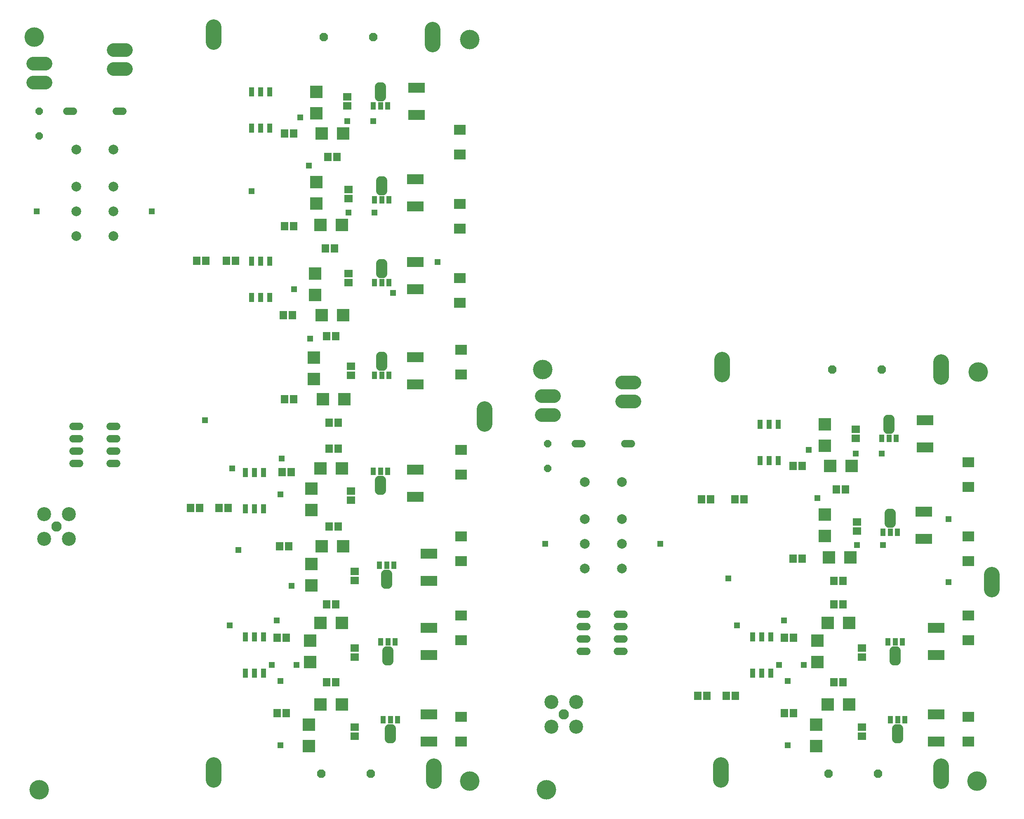
<source format=gts>
G75*
%MOIN*%
%OFA0B0*%
%FSLAX25Y25*%
%IPPOS*%
%LPD*%
%AMOC8*
5,1,8,0,0,1.08239X$1,22.5*
%
%ADD10C,0.15750*%
%ADD11C,0.10839*%
%ADD12C,0.08300*%
%ADD13C,0.11300*%
%ADD14R,0.05918X0.06706*%
%ADD15C,0.06000*%
%ADD16C,0.07887*%
%ADD17R,0.04300X0.07400*%
%ADD18R,0.13398X0.07887*%
%ADD19R,0.03950X0.06312*%
%ADD20C,0.06600*%
%ADD21R,0.03937X0.06299*%
%ADD22R,0.09461X0.07887*%
%ADD23C,0.12650*%
%ADD24R,0.10249X0.10249*%
%ADD25OC8,0.06000*%
%ADD26R,0.06706X0.05918*%
%ADD27OC8,0.06800*%
%ADD28R,0.04762X0.04762*%
D10*
X0028800Y0019800D03*
X0376800Y0026800D03*
X0438800Y0019800D03*
X0786800Y0026800D03*
X0787800Y0357800D03*
X0435800Y0359800D03*
X0376800Y0626800D03*
X0024800Y0628800D03*
D11*
X0023780Y0607595D02*
X0033820Y0607595D01*
X0033820Y0592005D02*
X0023780Y0592005D01*
X0088780Y0603005D02*
X0098820Y0603005D01*
X0098820Y0618595D02*
X0088780Y0618595D01*
X0434780Y0338595D02*
X0444820Y0338595D01*
X0444820Y0323005D02*
X0434780Y0323005D01*
X0499780Y0334005D02*
X0509820Y0334005D01*
X0509820Y0349595D02*
X0499780Y0349595D01*
D12*
X0452800Y0080800D03*
X0042800Y0232800D03*
D13*
X0032761Y0222761D03*
X0052839Y0222761D03*
X0052839Y0242839D03*
X0032761Y0242839D03*
X0442761Y0090839D03*
X0462839Y0090839D03*
X0462839Y0070761D03*
X0442761Y0070761D03*
D14*
X0561060Y0095800D03*
X0568540Y0095800D03*
X0584060Y0095800D03*
X0591540Y0095800D03*
X0631060Y0081800D03*
X0638540Y0081800D03*
X0671060Y0106800D03*
X0678540Y0106800D03*
X0638540Y0142800D03*
X0631060Y0142800D03*
X0671060Y0169800D03*
X0678540Y0169800D03*
X0678540Y0188800D03*
X0671060Y0188800D03*
X0645540Y0206800D03*
X0638060Y0206800D03*
X0598540Y0254800D03*
X0591060Y0254800D03*
X0571540Y0254800D03*
X0564060Y0254800D03*
X0638060Y0281800D03*
X0645540Y0281800D03*
X0673060Y0262800D03*
X0680540Y0262800D03*
X0270540Y0232800D03*
X0263060Y0232800D03*
X0230540Y0216800D03*
X0223060Y0216800D03*
X0181540Y0247800D03*
X0174060Y0247800D03*
X0158540Y0247800D03*
X0151060Y0247800D03*
X0225060Y0276800D03*
X0232540Y0276800D03*
X0263060Y0295800D03*
X0270540Y0295800D03*
X0270540Y0316800D03*
X0263060Y0316800D03*
X0234540Y0335800D03*
X0227060Y0335800D03*
X0261060Y0386800D03*
X0268540Y0386800D03*
X0233540Y0403800D03*
X0226060Y0403800D03*
X0187540Y0447800D03*
X0180060Y0447800D03*
X0163540Y0447800D03*
X0156060Y0447800D03*
X0227060Y0475800D03*
X0234540Y0475800D03*
X0260060Y0457800D03*
X0267540Y0457800D03*
X0269540Y0531800D03*
X0262060Y0531800D03*
X0234540Y0550800D03*
X0227060Y0550800D03*
X0261060Y0169800D03*
X0268540Y0169800D03*
X0228540Y0142800D03*
X0221060Y0142800D03*
X0261060Y0106800D03*
X0268540Y0106800D03*
X0228540Y0081800D03*
X0221060Y0081800D03*
D15*
X0466200Y0131800D02*
X0471400Y0131800D01*
X0471400Y0141800D02*
X0466200Y0141800D01*
X0466200Y0151800D02*
X0471400Y0151800D01*
X0471400Y0161800D02*
X0466200Y0161800D01*
X0496200Y0161800D02*
X0501400Y0161800D01*
X0501400Y0151800D02*
X0496200Y0151800D01*
X0496200Y0141800D02*
X0501400Y0141800D01*
X0501400Y0131800D02*
X0496200Y0131800D01*
X0502200Y0299800D02*
X0507400Y0299800D01*
X0467400Y0299800D02*
X0462200Y0299800D01*
X0091400Y0303800D02*
X0086200Y0303800D01*
X0086200Y0293800D02*
X0091400Y0293800D01*
X0091400Y0283800D02*
X0086200Y0283800D01*
X0061400Y0283800D02*
X0056200Y0283800D01*
X0056200Y0293800D02*
X0061400Y0293800D01*
X0061400Y0303800D02*
X0056200Y0303800D01*
X0056200Y0313800D02*
X0061400Y0313800D01*
X0086200Y0313800D02*
X0091400Y0313800D01*
X0091200Y0568800D02*
X0096400Y0568800D01*
X0056400Y0568800D02*
X0051200Y0568800D01*
D16*
X0058800Y0537800D03*
X0088800Y0537800D03*
X0088800Y0507800D03*
X0088800Y0487800D03*
X0088800Y0467800D03*
X0058800Y0467800D03*
X0058800Y0487800D03*
X0058800Y0507800D03*
X0469800Y0268800D03*
X0499800Y0268800D03*
X0499800Y0238800D03*
X0499800Y0218800D03*
X0499800Y0198800D03*
X0469800Y0198800D03*
X0469800Y0218800D03*
X0469800Y0238800D03*
D17*
X0611500Y0286250D03*
X0618800Y0286250D03*
X0626100Y0286250D03*
X0626100Y0315350D03*
X0618800Y0315350D03*
X0611500Y0315350D03*
X0612800Y0143350D03*
X0605500Y0143350D03*
X0620100Y0143350D03*
X0620100Y0114250D03*
X0612800Y0114250D03*
X0605500Y0114250D03*
X0215100Y0418250D03*
X0207800Y0418250D03*
X0200500Y0418250D03*
X0200500Y0447350D03*
X0207800Y0447350D03*
X0215100Y0447350D03*
X0215100Y0555250D03*
X0207800Y0555250D03*
X0200500Y0555250D03*
X0200500Y0584350D03*
X0207800Y0584350D03*
X0215100Y0584350D03*
X0210100Y0276350D03*
X0202800Y0276350D03*
X0195500Y0276350D03*
X0195500Y0247250D03*
X0202800Y0247250D03*
X0210100Y0247250D03*
X0210100Y0143350D03*
X0202800Y0143350D03*
X0195500Y0143350D03*
X0195500Y0114250D03*
X0202800Y0114250D03*
X0210100Y0114250D03*
D18*
X0343800Y0128776D03*
X0343800Y0150824D03*
X0343800Y0188776D03*
X0343800Y0210824D03*
X0332800Y0256776D03*
X0332800Y0278824D03*
X0332800Y0347776D03*
X0332800Y0369824D03*
X0332800Y0424776D03*
X0332800Y0446824D03*
X0332800Y0491776D03*
X0332800Y0513824D03*
X0333800Y0565776D03*
X0333800Y0587824D03*
X0744800Y0318824D03*
X0744800Y0296776D03*
X0743800Y0244824D03*
X0743800Y0222776D03*
X0753800Y0150824D03*
X0753800Y0128776D03*
X0753800Y0080824D03*
X0753800Y0058776D03*
X0343800Y0058776D03*
X0343800Y0080824D03*
D19*
X0318702Y0076599D03*
X0306898Y0076599D03*
X0304898Y0139599D03*
X0316702Y0139599D03*
X0315702Y0201599D03*
X0303898Y0201599D03*
X0298898Y0277599D03*
X0310702Y0277599D03*
X0311702Y0355001D03*
X0299898Y0355001D03*
X0299898Y0430001D03*
X0311702Y0430001D03*
X0311702Y0497001D03*
X0299898Y0497001D03*
X0298898Y0573001D03*
X0310702Y0573001D03*
X0709898Y0304001D03*
X0721702Y0304001D03*
X0722702Y0228001D03*
X0710898Y0228001D03*
X0714898Y0139599D03*
X0726702Y0139599D03*
X0728702Y0076599D03*
X0716898Y0076599D03*
D20*
X0721700Y0069384D02*
X0723900Y0069384D01*
X0723900Y0060814D01*
X0721700Y0060814D01*
X0721700Y0069384D01*
X0721700Y0067413D02*
X0723900Y0067413D01*
X0721900Y0132384D02*
X0719700Y0132384D01*
X0721900Y0132384D02*
X0721900Y0123814D01*
X0719700Y0123814D01*
X0719700Y0132384D01*
X0719700Y0130413D02*
X0721900Y0130413D01*
X0717900Y0235216D02*
X0715700Y0235216D01*
X0715700Y0243786D01*
X0717900Y0243786D01*
X0717900Y0235216D01*
X0717900Y0241815D02*
X0715700Y0241815D01*
X0714700Y0311216D02*
X0716900Y0311216D01*
X0714700Y0311216D02*
X0714700Y0319786D01*
X0716900Y0319786D01*
X0716900Y0311216D01*
X0716900Y0317815D02*
X0714700Y0317815D01*
X0311900Y0132384D02*
X0309700Y0132384D01*
X0311900Y0132384D02*
X0311900Y0123814D01*
X0309700Y0123814D01*
X0309700Y0132384D01*
X0309700Y0130413D02*
X0311900Y0130413D01*
X0310900Y0194384D02*
X0308700Y0194384D01*
X0310900Y0194384D02*
X0310900Y0185814D01*
X0308700Y0185814D01*
X0308700Y0194384D01*
X0308700Y0192413D02*
X0310900Y0192413D01*
X0305900Y0270384D02*
X0303700Y0270384D01*
X0305900Y0270384D02*
X0305900Y0261814D01*
X0303700Y0261814D01*
X0303700Y0270384D01*
X0303700Y0268413D02*
X0305900Y0268413D01*
X0306900Y0362216D02*
X0304700Y0362216D01*
X0304700Y0370786D01*
X0306900Y0370786D01*
X0306900Y0362216D01*
X0306900Y0368815D02*
X0304700Y0368815D01*
X0304700Y0437216D02*
X0306900Y0437216D01*
X0304700Y0437216D02*
X0304700Y0445786D01*
X0306900Y0445786D01*
X0306900Y0437216D01*
X0306900Y0443815D02*
X0304700Y0443815D01*
X0304700Y0504216D02*
X0306900Y0504216D01*
X0304700Y0504216D02*
X0304700Y0512786D01*
X0306900Y0512786D01*
X0306900Y0504216D01*
X0306900Y0510815D02*
X0304700Y0510815D01*
X0303700Y0580216D02*
X0305900Y0580216D01*
X0303700Y0580216D02*
X0303700Y0588786D01*
X0305900Y0588786D01*
X0305900Y0580216D01*
X0305900Y0586815D02*
X0303700Y0586815D01*
X0311700Y0069384D02*
X0313900Y0069384D01*
X0313900Y0060814D01*
X0311700Y0060814D01*
X0311700Y0069384D01*
X0311700Y0067413D02*
X0313900Y0067413D01*
D21*
X0312800Y0076595D03*
X0310800Y0139595D03*
X0309800Y0201595D03*
X0304800Y0277595D03*
X0305800Y0355005D03*
X0305800Y0430005D03*
X0305800Y0497005D03*
X0304800Y0573005D03*
X0715800Y0304005D03*
X0716800Y0228005D03*
X0720800Y0139595D03*
X0722800Y0076595D03*
D22*
X0779800Y0078839D03*
X0779800Y0058761D03*
X0779800Y0140761D03*
X0779800Y0160839D03*
X0779800Y0204761D03*
X0779800Y0224839D03*
X0779800Y0264761D03*
X0779800Y0284839D03*
X0369800Y0294839D03*
X0369800Y0274761D03*
X0369800Y0224839D03*
X0369800Y0204761D03*
X0369800Y0160839D03*
X0369800Y0140761D03*
X0369800Y0078839D03*
X0369800Y0058761D03*
X0369800Y0355761D03*
X0369800Y0375839D03*
X0368800Y0413761D03*
X0368800Y0433839D03*
X0368800Y0473761D03*
X0368800Y0493839D03*
X0368800Y0533761D03*
X0368800Y0553839D03*
D23*
X0346800Y0622875D02*
X0346800Y0634725D01*
X0169800Y0636725D02*
X0169800Y0624875D01*
X0388800Y0327725D02*
X0388800Y0315875D01*
X0580800Y0355875D02*
X0580800Y0367725D01*
X0757800Y0365725D02*
X0757800Y0353875D01*
X0798800Y0193725D02*
X0798800Y0181875D01*
X0757800Y0038725D02*
X0757800Y0026875D01*
X0579800Y0027875D02*
X0579800Y0039725D01*
X0347800Y0038725D02*
X0347800Y0026875D01*
X0169800Y0027875D02*
X0169800Y0039725D01*
D24*
X0246800Y0055139D03*
X0246800Y0072461D03*
X0256139Y0088800D03*
X0273461Y0088800D03*
X0247800Y0123139D03*
X0247800Y0140461D03*
X0256139Y0154800D03*
X0273461Y0154800D03*
X0248800Y0185139D03*
X0248800Y0202461D03*
X0257139Y0216800D03*
X0274461Y0216800D03*
X0248800Y0246139D03*
X0248800Y0263461D03*
X0256139Y0279800D03*
X0273461Y0279800D03*
X0275461Y0335800D03*
X0258139Y0335800D03*
X0250800Y0352139D03*
X0250800Y0369461D03*
X0257139Y0403800D03*
X0274461Y0403800D03*
X0251800Y0420139D03*
X0251800Y0437461D03*
X0256139Y0476800D03*
X0273461Y0476800D03*
X0252800Y0494139D03*
X0252800Y0511461D03*
X0257139Y0550800D03*
X0252800Y0567139D03*
X0252800Y0584461D03*
X0274461Y0550800D03*
X0663800Y0315461D03*
X0663800Y0298139D03*
X0668139Y0281800D03*
X0685461Y0281800D03*
X0663800Y0242461D03*
X0663800Y0225139D03*
X0667139Y0207800D03*
X0684461Y0207800D03*
X0683461Y0154800D03*
X0666139Y0154800D03*
X0657800Y0140461D03*
X0657800Y0123139D03*
X0666139Y0088800D03*
X0683461Y0088800D03*
X0656800Y0072461D03*
X0656800Y0055139D03*
D25*
X0439800Y0279800D03*
X0439800Y0299800D03*
X0028800Y0548800D03*
X0028800Y0568800D03*
D26*
X0277800Y0573060D03*
X0277800Y0580540D03*
X0278800Y0505540D03*
X0278800Y0498060D03*
X0278800Y0437540D03*
X0278800Y0430060D03*
X0280800Y0362540D03*
X0280800Y0355060D03*
X0280800Y0261540D03*
X0280800Y0254060D03*
X0283800Y0196540D03*
X0283800Y0189060D03*
X0283800Y0134540D03*
X0283800Y0127060D03*
X0283800Y0070540D03*
X0283800Y0063060D03*
X0689800Y0229060D03*
X0689800Y0236540D03*
X0688800Y0304060D03*
X0688800Y0311540D03*
X0693800Y0134540D03*
X0693800Y0127060D03*
X0693800Y0070540D03*
X0693800Y0063060D03*
D27*
X0706800Y0032800D03*
X0666800Y0032800D03*
X0296800Y0032800D03*
X0256800Y0032800D03*
X0669800Y0359800D03*
X0709800Y0359800D03*
X0298800Y0628800D03*
X0258800Y0628800D03*
D28*
X0239800Y0563800D03*
X0277800Y0560800D03*
X0298800Y0560800D03*
X0246800Y0524800D03*
X0278800Y0486800D03*
X0299800Y0486800D03*
X0350800Y0446800D03*
X0314800Y0421800D03*
X0247800Y0384800D03*
X0234800Y0424800D03*
X0200500Y0504100D03*
X0119800Y0487800D03*
X0026800Y0487800D03*
X0162800Y0318800D03*
X0184800Y0279800D03*
X0224800Y0287800D03*
X0223800Y0258800D03*
X0189800Y0213800D03*
X0232800Y0184800D03*
X0220800Y0156800D03*
X0216800Y0120800D03*
X0223800Y0107800D03*
X0236800Y0120800D03*
X0182800Y0152800D03*
X0223800Y0055800D03*
X0437800Y0218800D03*
X0530800Y0218800D03*
X0585800Y0190800D03*
X0592800Y0152800D03*
X0630800Y0156800D03*
X0626800Y0120800D03*
X0633800Y0107800D03*
X0646800Y0120800D03*
X0633800Y0055800D03*
X0763800Y0187800D03*
X0710800Y0217800D03*
X0689800Y0217800D03*
X0657800Y0255800D03*
X0688800Y0291800D03*
X0709800Y0291800D03*
X0650800Y0294800D03*
X0763800Y0238800D03*
M02*

</source>
